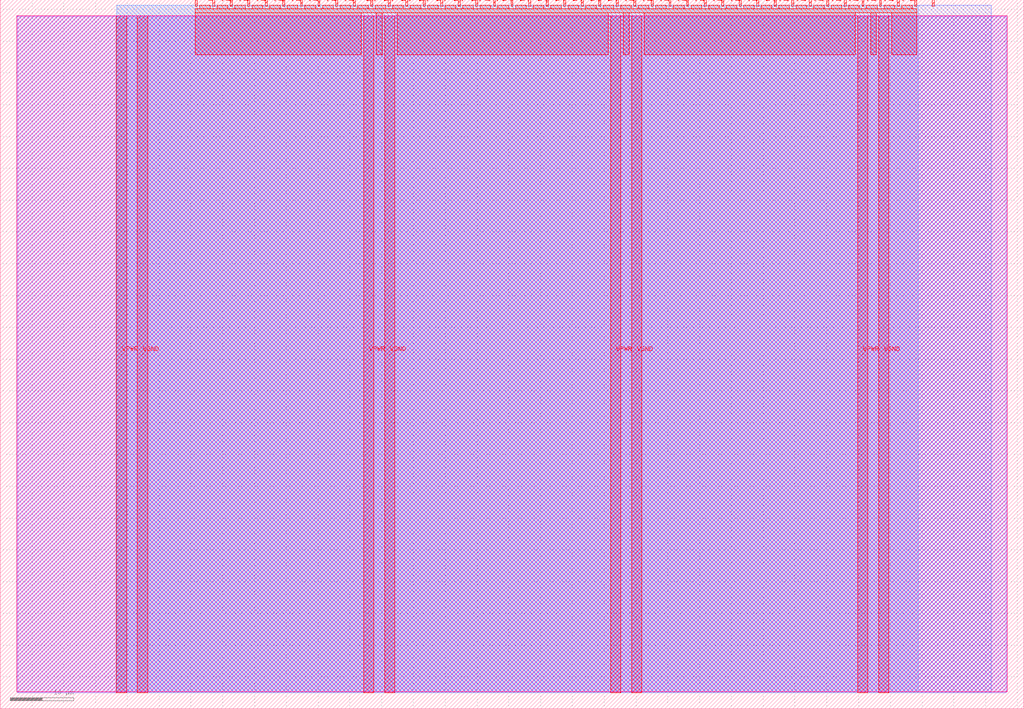
<source format=lef>
VERSION 5.7 ;
  NOWIREEXTENSIONATPIN ON ;
  DIVIDERCHAR "/" ;
  BUSBITCHARS "[]" ;
MACRO tt_um_wokwi_422192563267712001
  CLASS BLOCK ;
  FOREIGN tt_um_wokwi_422192563267712001 ;
  ORIGIN 0.000 0.000 ;
  SIZE 161.000 BY 111.520 ;
  PIN VGND
    DIRECTION INOUT ;
    USE GROUND ;
    PORT
      LAYER met4 ;
        RECT 21.580 2.480 23.180 109.040 ;
    END
    PORT
      LAYER met4 ;
        RECT 60.450 2.480 62.050 109.040 ;
    END
    PORT
      LAYER met4 ;
        RECT 99.320 2.480 100.920 109.040 ;
    END
    PORT
      LAYER met4 ;
        RECT 138.190 2.480 139.790 109.040 ;
    END
  END VGND
  PIN VPWR
    DIRECTION INOUT ;
    USE POWER ;
    PORT
      LAYER met4 ;
        RECT 18.280 2.480 19.880 109.040 ;
    END
    PORT
      LAYER met4 ;
        RECT 57.150 2.480 58.750 109.040 ;
    END
    PORT
      LAYER met4 ;
        RECT 96.020 2.480 97.620 109.040 ;
    END
    PORT
      LAYER met4 ;
        RECT 134.890 2.480 136.490 109.040 ;
    END
  END VPWR
  PIN clk
    DIRECTION INPUT ;
    USE SIGNAL ;
    ANTENNAGATEAREA 0.852000 ;
    PORT
      LAYER met4 ;
        RECT 143.830 110.520 144.130 111.520 ;
    END
  END clk
  PIN ena
    DIRECTION INPUT ;
    USE SIGNAL ;
    PORT
      LAYER met4 ;
        RECT 146.590 110.520 146.890 111.520 ;
    END
  END ena
  PIN rst_n
    DIRECTION INPUT ;
    USE SIGNAL ;
    ANTENNAGATEAREA 0.196500 ;
    PORT
      LAYER met4 ;
        RECT 141.070 110.520 141.370 111.520 ;
    END
  END rst_n
  PIN ui_in[0]
    DIRECTION INPUT ;
    USE SIGNAL ;
    ANTENNAGATEAREA 0.196500 ;
    PORT
      LAYER met4 ;
        RECT 138.310 110.520 138.610 111.520 ;
    END
  END ui_in[0]
  PIN ui_in[1]
    DIRECTION INPUT ;
    USE SIGNAL ;
    ANTENNAGATEAREA 0.196500 ;
    PORT
      LAYER met4 ;
        RECT 135.550 110.520 135.850 111.520 ;
    END
  END ui_in[1]
  PIN ui_in[2]
    DIRECTION INPUT ;
    USE SIGNAL ;
    ANTENNAGATEAREA 0.196500 ;
    PORT
      LAYER met4 ;
        RECT 132.790 110.520 133.090 111.520 ;
    END
  END ui_in[2]
  PIN ui_in[3]
    DIRECTION INPUT ;
    USE SIGNAL ;
    ANTENNAGATEAREA 0.196500 ;
    PORT
      LAYER met4 ;
        RECT 130.030 110.520 130.330 111.520 ;
    END
  END ui_in[3]
  PIN ui_in[4]
    DIRECTION INPUT ;
    USE SIGNAL ;
    ANTENNAGATEAREA 0.196500 ;
    PORT
      LAYER met4 ;
        RECT 127.270 110.520 127.570 111.520 ;
    END
  END ui_in[4]
  PIN ui_in[5]
    DIRECTION INPUT ;
    USE SIGNAL ;
    ANTENNAGATEAREA 0.196500 ;
    PORT
      LAYER met4 ;
        RECT 124.510 110.520 124.810 111.520 ;
    END
  END ui_in[5]
  PIN ui_in[6]
    DIRECTION INPUT ;
    USE SIGNAL ;
    ANTENNAGATEAREA 0.196500 ;
    PORT
      LAYER met4 ;
        RECT 121.750 110.520 122.050 111.520 ;
    END
  END ui_in[6]
  PIN ui_in[7]
    DIRECTION INPUT ;
    USE SIGNAL ;
    ANTENNAGATEAREA 0.159000 ;
    PORT
      LAYER met4 ;
        RECT 118.990 110.520 119.290 111.520 ;
    END
  END ui_in[7]
  PIN uio_in[0]
    DIRECTION INPUT ;
    USE SIGNAL ;
    PORT
      LAYER met4 ;
        RECT 116.230 110.520 116.530 111.520 ;
    END
  END uio_in[0]
  PIN uio_in[1]
    DIRECTION INPUT ;
    USE SIGNAL ;
    PORT
      LAYER met4 ;
        RECT 113.470 110.520 113.770 111.520 ;
    END
  END uio_in[1]
  PIN uio_in[2]
    DIRECTION INPUT ;
    USE SIGNAL ;
    PORT
      LAYER met4 ;
        RECT 110.710 110.520 111.010 111.520 ;
    END
  END uio_in[2]
  PIN uio_in[3]
    DIRECTION INPUT ;
    USE SIGNAL ;
    PORT
      LAYER met4 ;
        RECT 107.950 110.520 108.250 111.520 ;
    END
  END uio_in[3]
  PIN uio_in[4]
    DIRECTION INPUT ;
    USE SIGNAL ;
    PORT
      LAYER met4 ;
        RECT 105.190 110.520 105.490 111.520 ;
    END
  END uio_in[4]
  PIN uio_in[5]
    DIRECTION INPUT ;
    USE SIGNAL ;
    PORT
      LAYER met4 ;
        RECT 102.430 110.520 102.730 111.520 ;
    END
  END uio_in[5]
  PIN uio_in[6]
    DIRECTION INPUT ;
    USE SIGNAL ;
    PORT
      LAYER met4 ;
        RECT 99.670 110.520 99.970 111.520 ;
    END
  END uio_in[6]
  PIN uio_in[7]
    DIRECTION INPUT ;
    USE SIGNAL ;
    PORT
      LAYER met4 ;
        RECT 96.910 110.520 97.210 111.520 ;
    END
  END uio_in[7]
  PIN uio_oe[0]
    DIRECTION OUTPUT ;
    USE SIGNAL ;
    PORT
      LAYER met4 ;
        RECT 49.990 110.520 50.290 111.520 ;
    END
  END uio_oe[0]
  PIN uio_oe[1]
    DIRECTION OUTPUT ;
    USE SIGNAL ;
    PORT
      LAYER met4 ;
        RECT 47.230 110.520 47.530 111.520 ;
    END
  END uio_oe[1]
  PIN uio_oe[2]
    DIRECTION OUTPUT ;
    USE SIGNAL ;
    PORT
      LAYER met4 ;
        RECT 44.470 110.520 44.770 111.520 ;
    END
  END uio_oe[2]
  PIN uio_oe[3]
    DIRECTION OUTPUT ;
    USE SIGNAL ;
    PORT
      LAYER met4 ;
        RECT 41.710 110.520 42.010 111.520 ;
    END
  END uio_oe[3]
  PIN uio_oe[4]
    DIRECTION OUTPUT ;
    USE SIGNAL ;
    PORT
      LAYER met4 ;
        RECT 38.950 110.520 39.250 111.520 ;
    END
  END uio_oe[4]
  PIN uio_oe[5]
    DIRECTION OUTPUT ;
    USE SIGNAL ;
    PORT
      LAYER met4 ;
        RECT 36.190 110.520 36.490 111.520 ;
    END
  END uio_oe[5]
  PIN uio_oe[6]
    DIRECTION OUTPUT ;
    USE SIGNAL ;
    PORT
      LAYER met4 ;
        RECT 33.430 110.520 33.730 111.520 ;
    END
  END uio_oe[6]
  PIN uio_oe[7]
    DIRECTION OUTPUT ;
    USE SIGNAL ;
    PORT
      LAYER met4 ;
        RECT 30.670 110.520 30.970 111.520 ;
    END
  END uio_oe[7]
  PIN uio_out[0]
    DIRECTION OUTPUT ;
    USE SIGNAL ;
    PORT
      LAYER met4 ;
        RECT 72.070 110.520 72.370 111.520 ;
    END
  END uio_out[0]
  PIN uio_out[1]
    DIRECTION OUTPUT ;
    USE SIGNAL ;
    PORT
      LAYER met4 ;
        RECT 69.310 110.520 69.610 111.520 ;
    END
  END uio_out[1]
  PIN uio_out[2]
    DIRECTION OUTPUT ;
    USE SIGNAL ;
    PORT
      LAYER met4 ;
        RECT 66.550 110.520 66.850 111.520 ;
    END
  END uio_out[2]
  PIN uio_out[3]
    DIRECTION OUTPUT ;
    USE SIGNAL ;
    PORT
      LAYER met4 ;
        RECT 63.790 110.520 64.090 111.520 ;
    END
  END uio_out[3]
  PIN uio_out[4]
    DIRECTION OUTPUT ;
    USE SIGNAL ;
    PORT
      LAYER met4 ;
        RECT 61.030 110.520 61.330 111.520 ;
    END
  END uio_out[4]
  PIN uio_out[5]
    DIRECTION OUTPUT ;
    USE SIGNAL ;
    PORT
      LAYER met4 ;
        RECT 58.270 110.520 58.570 111.520 ;
    END
  END uio_out[5]
  PIN uio_out[6]
    DIRECTION OUTPUT ;
    USE SIGNAL ;
    PORT
      LAYER met4 ;
        RECT 55.510 110.520 55.810 111.520 ;
    END
  END uio_out[6]
  PIN uio_out[7]
    DIRECTION OUTPUT ;
    USE SIGNAL ;
    PORT
      LAYER met4 ;
        RECT 52.750 110.520 53.050 111.520 ;
    END
  END uio_out[7]
  PIN uo_out[0]
    DIRECTION OUTPUT ;
    USE SIGNAL ;
    PORT
      LAYER met4 ;
        RECT 94.150 110.520 94.450 111.520 ;
    END
  END uo_out[0]
  PIN uo_out[1]
    DIRECTION OUTPUT ;
    USE SIGNAL ;
    ANTENNADIFFAREA 0.445500 ;
    PORT
      LAYER met4 ;
        RECT 91.390 110.520 91.690 111.520 ;
    END
  END uo_out[1]
  PIN uo_out[2]
    DIRECTION OUTPUT ;
    USE SIGNAL ;
    ANTENNADIFFAREA 0.445500 ;
    PORT
      LAYER met4 ;
        RECT 88.630 110.520 88.930 111.520 ;
    END
  END uo_out[2]
  PIN uo_out[3]
    DIRECTION OUTPUT ;
    USE SIGNAL ;
    PORT
      LAYER met4 ;
        RECT 85.870 110.520 86.170 111.520 ;
    END
  END uo_out[3]
  PIN uo_out[4]
    DIRECTION OUTPUT ;
    USE SIGNAL ;
    PORT
      LAYER met4 ;
        RECT 83.110 110.520 83.410 111.520 ;
    END
  END uo_out[4]
  PIN uo_out[5]
    DIRECTION OUTPUT ;
    USE SIGNAL ;
    PORT
      LAYER met4 ;
        RECT 80.350 110.520 80.650 111.520 ;
    END
  END uo_out[5]
  PIN uo_out[6]
    DIRECTION OUTPUT ;
    USE SIGNAL ;
    PORT
      LAYER met4 ;
        RECT 77.590 110.520 77.890 111.520 ;
    END
  END uo_out[6]
  PIN uo_out[7]
    DIRECTION OUTPUT ;
    USE SIGNAL ;
    PORT
      LAYER met4 ;
        RECT 74.830 110.520 75.130 111.520 ;
    END
  END uo_out[7]
  OBS
      LAYER nwell ;
        RECT 2.570 2.635 158.430 108.990 ;
      LAYER li1 ;
        RECT 2.760 2.635 158.240 108.885 ;
      LAYER met1 ;
        RECT 2.760 2.480 158.240 109.040 ;
      LAYER met2 ;
        RECT 18.310 2.535 155.840 110.685 ;
      LAYER met3 ;
        RECT 18.290 2.555 144.375 110.665 ;
      LAYER met4 ;
        RECT 31.370 110.120 33.030 110.665 ;
        RECT 34.130 110.120 35.790 110.665 ;
        RECT 36.890 110.120 38.550 110.665 ;
        RECT 39.650 110.120 41.310 110.665 ;
        RECT 42.410 110.120 44.070 110.665 ;
        RECT 45.170 110.120 46.830 110.665 ;
        RECT 47.930 110.120 49.590 110.665 ;
        RECT 50.690 110.120 52.350 110.665 ;
        RECT 53.450 110.120 55.110 110.665 ;
        RECT 56.210 110.120 57.870 110.665 ;
        RECT 58.970 110.120 60.630 110.665 ;
        RECT 61.730 110.120 63.390 110.665 ;
        RECT 64.490 110.120 66.150 110.665 ;
        RECT 67.250 110.120 68.910 110.665 ;
        RECT 70.010 110.120 71.670 110.665 ;
        RECT 72.770 110.120 74.430 110.665 ;
        RECT 75.530 110.120 77.190 110.665 ;
        RECT 78.290 110.120 79.950 110.665 ;
        RECT 81.050 110.120 82.710 110.665 ;
        RECT 83.810 110.120 85.470 110.665 ;
        RECT 86.570 110.120 88.230 110.665 ;
        RECT 89.330 110.120 90.990 110.665 ;
        RECT 92.090 110.120 93.750 110.665 ;
        RECT 94.850 110.120 96.510 110.665 ;
        RECT 97.610 110.120 99.270 110.665 ;
        RECT 100.370 110.120 102.030 110.665 ;
        RECT 103.130 110.120 104.790 110.665 ;
        RECT 105.890 110.120 107.550 110.665 ;
        RECT 108.650 110.120 110.310 110.665 ;
        RECT 111.410 110.120 113.070 110.665 ;
        RECT 114.170 110.120 115.830 110.665 ;
        RECT 116.930 110.120 118.590 110.665 ;
        RECT 119.690 110.120 121.350 110.665 ;
        RECT 122.450 110.120 124.110 110.665 ;
        RECT 125.210 110.120 126.870 110.665 ;
        RECT 127.970 110.120 129.630 110.665 ;
        RECT 130.730 110.120 132.390 110.665 ;
        RECT 133.490 110.120 135.150 110.665 ;
        RECT 136.250 110.120 137.910 110.665 ;
        RECT 139.010 110.120 140.670 110.665 ;
        RECT 141.770 110.120 143.430 110.665 ;
        RECT 30.655 109.440 144.145 110.120 ;
        RECT 30.655 102.855 56.750 109.440 ;
        RECT 59.150 102.855 60.050 109.440 ;
        RECT 62.450 102.855 95.620 109.440 ;
        RECT 98.020 102.855 98.920 109.440 ;
        RECT 101.320 102.855 134.490 109.440 ;
        RECT 136.890 102.855 137.790 109.440 ;
        RECT 140.190 102.855 144.145 109.440 ;
  END
END tt_um_wokwi_422192563267712001
END LIBRARY


</source>
